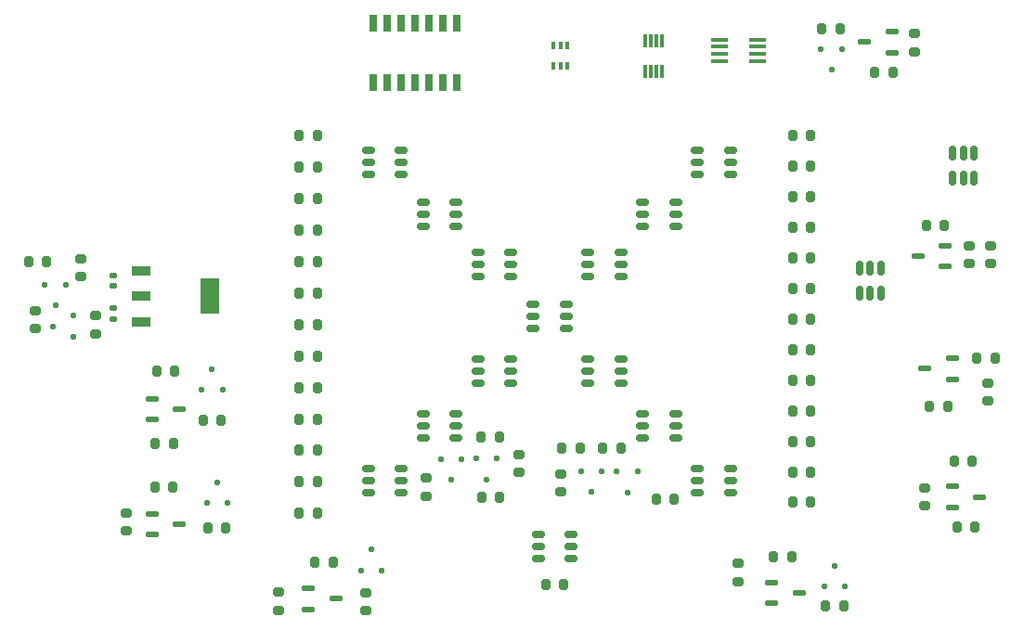
<source format=gbr>
%TF.GenerationSoftware,KiCad,Pcbnew,8.0.5*%
%TF.CreationDate,2025-03-15T22:57:07+02:00*%
%TF.ProjectId,MOSFET Controller,4d4f5346-4554-4204-936f-6e74726f6c6c,rev?*%
%TF.SameCoordinates,Original*%
%TF.FileFunction,Paste,Top*%
%TF.FilePolarity,Positive*%
%FSLAX46Y46*%
G04 Gerber Fmt 4.6, Leading zero omitted, Abs format (unit mm)*
G04 Created by KiCad (PCBNEW 8.0.5) date 2025-03-15 22:57:07*
%MOMM*%
%LPD*%
G01*
G04 APERTURE LIST*
G04 Aperture macros list*
%AMRoundRect*
0 Rectangle with rounded corners*
0 $1 Rounding radius*
0 $2 $3 $4 $5 $6 $7 $8 $9 X,Y pos of 4 corners*
0 Add a 4 corners polygon primitive as box body*
4,1,4,$2,$3,$4,$5,$6,$7,$8,$9,$2,$3,0*
0 Add four circle primitives for the rounded corners*
1,1,$1+$1,$2,$3*
1,1,$1+$1,$4,$5*
1,1,$1+$1,$6,$7*
1,1,$1+$1,$8,$9*
0 Add four rect primitives between the rounded corners*
20,1,$1+$1,$2,$3,$4,$5,0*
20,1,$1+$1,$4,$5,$6,$7,0*
20,1,$1+$1,$6,$7,$8,$9,0*
20,1,$1+$1,$8,$9,$2,$3,0*%
G04 Aperture macros list end*
%ADD10RoundRect,0.200000X-0.200000X-0.275000X0.200000X-0.275000X0.200000X0.275000X-0.200000X0.275000X0*%
%ADD11RoundRect,0.125000X0.125000X-0.125000X0.125000X0.125000X-0.125000X0.125000X-0.125000X-0.125000X0*%
%ADD12RoundRect,0.200000X0.275000X-0.200000X0.275000X0.200000X-0.275000X0.200000X-0.275000X-0.200000X0*%
%ADD13RoundRect,0.200000X-0.275000X0.200000X-0.275000X-0.200000X0.275000X-0.200000X0.275000X0.200000X0*%
%ADD14RoundRect,0.125000X-0.125000X0.125000X-0.125000X-0.125000X0.125000X-0.125000X0.125000X0.125000X0*%
%ADD15RoundRect,0.200000X0.200000X0.275000X-0.200000X0.275000X-0.200000X-0.275000X0.200000X-0.275000X0*%
%ADD16RoundRect,0.147500X-0.457500X-0.147500X0.457500X-0.147500X0.457500X0.147500X-0.457500X0.147500X0*%
%ADD17RoundRect,0.150000X0.450000X0.150000X-0.450000X0.150000X-0.450000X-0.150000X0.450000X-0.150000X0*%
%ADD18RoundRect,0.100000X0.100000X-0.225000X0.100000X0.225000X-0.100000X0.225000X-0.100000X-0.225000X0*%
%ADD19RoundRect,0.147500X0.457500X0.147500X-0.457500X0.147500X-0.457500X-0.147500X0.457500X-0.147500X0*%
%ADD20RoundRect,0.150000X-0.450000X-0.150000X0.450000X-0.150000X0.450000X0.150000X-0.450000X0.150000X0*%
%ADD21RoundRect,0.140000X0.170000X-0.140000X0.170000X0.140000X-0.170000X0.140000X-0.170000X-0.140000X0*%
%ADD22RoundRect,0.140000X-0.170000X0.140000X-0.170000X-0.140000X0.170000X-0.140000X0.170000X0.140000X0*%
%ADD23R,1.600000X0.300000*%
%ADD24R,1.750000X0.950000*%
%ADD25R,1.750000X3.200000*%
%ADD26RoundRect,0.150000X-0.150000X0.512500X-0.150000X-0.512500X0.150000X-0.512500X0.150000X0.512500X0*%
%ADD27RoundRect,0.125000X0.125000X0.125000X-0.125000X0.125000X-0.125000X-0.125000X0.125000X-0.125000X0*%
%ADD28RoundRect,0.087500X0.087500X-0.537500X0.087500X0.537500X-0.087500X0.537500X-0.087500X-0.537500X0*%
%ADD29R,0.650000X1.525000*%
G04 APERTURE END LIST*
D10*
%TO.C,R23*%
X124175000Y-86410264D03*
X125825000Y-86410264D03*
%TD*%
D11*
%TO.C,AO3403A5*%
X172070000Y-124665000D03*
X173970000Y-124665000D03*
X172992500Y-122775000D03*
%TD*%
D12*
%TO.C,R29*%
X181250000Y-117325000D03*
X181250000Y-115675000D03*
%TD*%
D13*
%TO.C,R34*%
X187230000Y-93585000D03*
X187230000Y-95235000D03*
%TD*%
D14*
%TO.C,AO3403A7*%
X142200000Y-113005000D03*
X140300000Y-113005000D03*
X141277500Y-114895000D03*
%TD*%
D15*
%TO.C,R27*%
X148325000Y-124500000D03*
X146675000Y-124500000D03*
%TD*%
%TO.C,R43*%
X112825000Y-105000000D03*
X111175000Y-105000000D03*
%TD*%
D16*
%TO.C,Q8*%
X167245000Y-124300000D03*
X167245000Y-126200000D03*
X169755000Y-125250000D03*
%TD*%
D10*
%TO.C,R36*%
X181350000Y-91750000D03*
X183000000Y-91750000D03*
%TD*%
D15*
%TO.C,R48*%
X173505000Y-73800000D03*
X171855000Y-73800000D03*
%TD*%
%TO.C,R14*%
X170825000Y-117000000D03*
X169175000Y-117000000D03*
%TD*%
%TO.C,R28*%
X185575000Y-113250000D03*
X183925000Y-113250000D03*
%TD*%
D11*
%TO.C,AO3403A1*%
X129800000Y-123185000D03*
X131700000Y-123185000D03*
X130722500Y-121295000D03*
%TD*%
D10*
%TO.C,R12*%
X124175000Y-106512822D03*
X125825000Y-106512822D03*
%TD*%
D13*
%TO.C,R63*%
X100120000Y-99495000D03*
X100120000Y-101145000D03*
%TD*%
D17*
%TO.C,RS-3535MWAR6*%
X150500000Y-94150000D03*
X150500000Y-95250000D03*
X150500000Y-96350000D03*
X153500000Y-96350000D03*
X153500000Y-95250000D03*
X153500000Y-94150000D03*
%TD*%
D15*
%TO.C,R52*%
X149775000Y-112090000D03*
X148125000Y-112090000D03*
%TD*%
D12*
%TO.C,R58*%
X144250000Y-114285000D03*
X144250000Y-112635000D03*
%TD*%
D13*
%TO.C,R35*%
X185250000Y-93585000D03*
X185250000Y-95235000D03*
%TD*%
D17*
%TO.C,RS-3535MWAR4*%
X160500000Y-84900000D03*
X160500000Y-86000000D03*
X160500000Y-87100000D03*
X163500000Y-87100000D03*
X163500000Y-86000000D03*
X163500000Y-84900000D03*
%TD*%
%TO.C,RS-3535MWAR3*%
X150500000Y-103900000D03*
X150500000Y-105000000D03*
X150500000Y-106100000D03*
X153500000Y-106100000D03*
X153500000Y-105000000D03*
X153500000Y-103900000D03*
%TD*%
D18*
%TO.C,IC5*%
X147350000Y-77200000D03*
X148000000Y-77200000D03*
X148650000Y-77200000D03*
X148650000Y-75300000D03*
X148000000Y-75300000D03*
X147350000Y-75300000D03*
%TD*%
D17*
%TO.C,RS-3535MWAR5*%
X155500000Y-89600000D03*
X155500000Y-90700000D03*
X155500000Y-91800000D03*
X158500000Y-91800000D03*
X158500000Y-90700000D03*
X158500000Y-89600000D03*
%TD*%
D13*
%TO.C,R39*%
X130255000Y-125225000D03*
X130255000Y-126875000D03*
%TD*%
D10*
%TO.C,R42*%
X115835000Y-119360000D03*
X117485000Y-119360000D03*
%TD*%
%TO.C,R33*%
X181675000Y-108250000D03*
X183325000Y-108250000D03*
%TD*%
%TO.C,R51*%
X172170000Y-126450000D03*
X173820000Y-126450000D03*
%TD*%
D15*
%TO.C,R16*%
X170825000Y-105846150D03*
X169175000Y-105846150D03*
%TD*%
D17*
%TO.C,RS-3535MWAR2*%
X155500000Y-108900000D03*
X155500000Y-110000000D03*
X155500000Y-111100000D03*
X158500000Y-111100000D03*
X158500000Y-110000000D03*
X158500000Y-108900000D03*
%TD*%
D15*
%TO.C,R18*%
X170825000Y-89115390D03*
X169175000Y-89115390D03*
%TD*%
D10*
%TO.C,R22*%
X124175000Y-92153852D03*
X125825000Y-92153852D03*
%TD*%
D12*
%TO.C,R53*%
X148030000Y-116035000D03*
X148030000Y-114385000D03*
%TD*%
D14*
%TO.C,AO3403A6*%
X155030000Y-114195000D03*
X153130000Y-114195000D03*
X154107500Y-116085000D03*
%TD*%
D12*
%TO.C,R31*%
X187000000Y-107750000D03*
X187000000Y-106100000D03*
%TD*%
D15*
%TO.C,R2*%
X170825000Y-114211530D03*
X169175000Y-114211530D03*
%TD*%
D10*
%TO.C,R11*%
X124175000Y-100769234D03*
X125825000Y-100769234D03*
%TD*%
D19*
%TO.C,Q7*%
X178255000Y-75950000D03*
X178255000Y-74050000D03*
X175745000Y-75000000D03*
%TD*%
D10*
%TO.C,R46*%
X176680000Y-77800000D03*
X178330000Y-77800000D03*
%TD*%
D15*
%TO.C,R17*%
X170825000Y-83538470D03*
X169175000Y-83538470D03*
%TD*%
D10*
%TO.C,R25*%
X124175000Y-109384616D03*
X125825000Y-109384616D03*
%TD*%
D20*
%TO.C,RS-3535MWAR11*%
X138500000Y-111100000D03*
X138500000Y-110000000D03*
X138500000Y-108900000D03*
X135500000Y-108900000D03*
X135500000Y-110000000D03*
X135500000Y-111100000D03*
%TD*%
D15*
%TO.C,R37*%
X127255000Y-122500000D03*
X125605000Y-122500000D03*
%TD*%
D16*
%TO.C,Q1*%
X183745000Y-115550000D03*
X183745000Y-117450000D03*
X186255000Y-116500000D03*
%TD*%
D15*
%TO.C,R19*%
X170825000Y-94692310D03*
X169175000Y-94692310D03*
%TD*%
D21*
%TO.C,C2*%
X107250000Y-100250000D03*
X107250000Y-99290000D03*
%TD*%
D15*
%TO.C,R49*%
X169070000Y-121950000D03*
X167420000Y-121950000D03*
%TD*%
%TO.C,R54*%
X153525000Y-112040000D03*
X151875000Y-112040000D03*
%TD*%
D10*
%TO.C,R10*%
X124175000Y-83538470D03*
X125825000Y-83538470D03*
%TD*%
D22*
%TO.C,C1*%
X107250000Y-96270000D03*
X107250000Y-97230000D03*
%TD*%
D23*
%TO.C,IC6*%
X162550000Y-74775000D03*
X162550000Y-75425000D03*
X162550000Y-76075000D03*
X162550000Y-76725000D03*
X165950000Y-76725000D03*
X165950000Y-76075000D03*
X165950000Y-75425000D03*
X165950000Y-74775000D03*
%TD*%
D11*
%TO.C,AO3403A3*%
X115290000Y-106755000D03*
X117190000Y-106755000D03*
X116212500Y-104865000D03*
%TD*%
D24*
%TO.C,IC7*%
X109750000Y-95900000D03*
X109750000Y-98200000D03*
X109750000Y-100500000D03*
D25*
X116050000Y-98200000D03*
%TD*%
D17*
%TO.C,RS-3535MWAR13*%
X145500000Y-98900000D03*
X145500000Y-100000000D03*
X145500000Y-101100000D03*
X148500000Y-101100000D03*
X148500000Y-100000000D03*
X148500000Y-98900000D03*
%TD*%
D10*
%TO.C,R26*%
X124175000Y-115128204D03*
X125825000Y-115128204D03*
%TD*%
D12*
%TO.C,R50*%
X164210000Y-124235000D03*
X164210000Y-122585000D03*
%TD*%
D15*
%TO.C,R3*%
X170825000Y-108634610D03*
X169175000Y-108634610D03*
%TD*%
D26*
%TO.C,IC1*%
X177200000Y-95612500D03*
X176250000Y-95612500D03*
X175300000Y-95612500D03*
X175300000Y-97887500D03*
X176250000Y-97887500D03*
X177200000Y-97887500D03*
%TD*%
D10*
%TO.C,R55*%
X156735000Y-116730000D03*
X158385000Y-116730000D03*
%TD*%
D16*
%TO.C,Q5*%
X110745000Y-118050000D03*
X110745000Y-119950000D03*
X113255000Y-119000000D03*
%TD*%
D15*
%TO.C,R20*%
X170825000Y-100269230D03*
X169175000Y-100269230D03*
%TD*%
%TO.C,R44*%
X112685000Y-111630000D03*
X111035000Y-111630000D03*
%TD*%
D16*
%TO.C,Q4*%
X125000000Y-124850000D03*
X125000000Y-126750000D03*
X127510000Y-125800000D03*
%TD*%
D10*
%TO.C,R9*%
X124175000Y-89282058D03*
X125825000Y-89282058D03*
%TD*%
%TO.C,R32*%
X185995000Y-103800000D03*
X187645000Y-103800000D03*
%TD*%
%TO.C,R61*%
X99515000Y-95050000D03*
X101165000Y-95050000D03*
%TD*%
D17*
%TO.C,RS-3535MWAR1*%
X160500000Y-113900000D03*
X160500000Y-115000000D03*
X160500000Y-116100000D03*
X163500000Y-116100000D03*
X163500000Y-115000000D03*
X163500000Y-113900000D03*
%TD*%
D14*
%TO.C,AO3403A4*%
X173660000Y-75625000D03*
X171760000Y-75625000D03*
X172737500Y-77515000D03*
%TD*%
D20*
%TO.C,RS-3535MWAR8*%
X138500000Y-91800000D03*
X138500000Y-90700000D03*
X138500000Y-89600000D03*
X135500000Y-89600000D03*
X135500000Y-90700000D03*
X135500000Y-91800000D03*
%TD*%
D14*
%TO.C,Q10*%
X139000000Y-113035000D03*
X137100000Y-113035000D03*
X138077500Y-114925000D03*
%TD*%
D12*
%TO.C,R38*%
X122250000Y-126825000D03*
X122250000Y-125175000D03*
%TD*%
D19*
%TO.C,Q3*%
X183115000Y-95480000D03*
X183115000Y-93580000D03*
X180605000Y-94530000D03*
%TD*%
D10*
%TO.C,R13*%
X124175000Y-112256410D03*
X125825000Y-112256410D03*
%TD*%
D20*
%TO.C,RS-3535MWAR7*%
X143500000Y-96350000D03*
X143500000Y-95250000D03*
X143500000Y-94150000D03*
X140500000Y-94150000D03*
X140500000Y-95250000D03*
X140500000Y-96350000D03*
%TD*%
D27*
%TO.C,AO3403A8*%
X103575000Y-101850000D03*
X103575000Y-99950000D03*
X101685000Y-100927500D03*
%TD*%
D13*
%TO.C,R47*%
X180255000Y-74225000D03*
X180255000Y-75875000D03*
%TD*%
D28*
%TO.C,IC3*%
X155750000Y-77650000D03*
X156250000Y-77650000D03*
X156750000Y-77650000D03*
X157250000Y-77650000D03*
X157250000Y-74850000D03*
X156750000Y-74850000D03*
X156250000Y-74850000D03*
X155750000Y-74850000D03*
%TD*%
D29*
%TO.C,IC4*%
X138560000Y-73288000D03*
X137290000Y-73288000D03*
X136020000Y-73288000D03*
X134750000Y-73288000D03*
X133480000Y-73288000D03*
X132210000Y-73288000D03*
X130940000Y-73288000D03*
X130940000Y-78712000D03*
X132210000Y-78712000D03*
X133480000Y-78712000D03*
X134750000Y-78712000D03*
X136020000Y-78712000D03*
X137290000Y-78712000D03*
X138560000Y-78712000D03*
%TD*%
D19*
%TO.C,Q2*%
X183750000Y-105750000D03*
X183750000Y-103850000D03*
X181240000Y-104800000D03*
%TD*%
D20*
%TO.C,RS-3535MWAR14*%
X149000000Y-122100000D03*
X149000000Y-121000000D03*
X149000000Y-119900000D03*
X146000000Y-119900000D03*
X146000000Y-121000000D03*
X146000000Y-122100000D03*
%TD*%
D14*
%TO.C,Q9*%
X151760000Y-114175000D03*
X149860000Y-114175000D03*
X150837500Y-116065000D03*
%TD*%
D12*
%TO.C,R41*%
X108410000Y-119610000D03*
X108410000Y-117960000D03*
%TD*%
D10*
%TO.C,R45*%
X115425000Y-109500000D03*
X117075000Y-109500000D03*
%TD*%
D12*
%TO.C,R57*%
X135790000Y-116440000D03*
X135790000Y-114790000D03*
%TD*%
D10*
%TO.C,R21*%
X124175000Y-97897440D03*
X125825000Y-97897440D03*
%TD*%
D20*
%TO.C,RS-3535MWAR12*%
X133500000Y-116100000D03*
X133500000Y-115000000D03*
X133500000Y-113900000D03*
X130500000Y-113900000D03*
X130500000Y-115000000D03*
X130500000Y-116100000D03*
%TD*%
D15*
%TO.C,R5*%
X170825000Y-91903850D03*
X169175000Y-91903850D03*
%TD*%
D10*
%TO.C,R1*%
X124175000Y-118000000D03*
X125825000Y-118000000D03*
%TD*%
D15*
%TO.C,R15*%
X170825000Y-111423070D03*
X169175000Y-111423070D03*
%TD*%
%TO.C,R4*%
X170825000Y-86326930D03*
X169175000Y-86326930D03*
%TD*%
D14*
%TO.C,Q11*%
X102870000Y-97155000D03*
X100970000Y-97155000D03*
X101947500Y-99045000D03*
%TD*%
D15*
%TO.C,R56*%
X142415000Y-111060000D03*
X140765000Y-111060000D03*
%TD*%
D12*
%TO.C,R60*%
X104250000Y-96415000D03*
X104250000Y-94765000D03*
%TD*%
D16*
%TO.C,Q6*%
X110745000Y-107550000D03*
X110745000Y-109450000D03*
X113255000Y-108500000D03*
%TD*%
D15*
%TO.C,R30*%
X185825000Y-119250000D03*
X184175000Y-119250000D03*
%TD*%
%TO.C,R40*%
X112660000Y-115610000D03*
X111010000Y-115610000D03*
%TD*%
D10*
%TO.C,R24*%
X124175000Y-103641028D03*
X125825000Y-103641028D03*
%TD*%
D11*
%TO.C,AO3403A2*%
X115760000Y-117035000D03*
X117660000Y-117035000D03*
X116682500Y-115145000D03*
%TD*%
D26*
%TO.C,IC2*%
X185700000Y-85112500D03*
X184750000Y-85112500D03*
X183800000Y-85112500D03*
X183800000Y-87387500D03*
X184750000Y-87387500D03*
X185700000Y-87387500D03*
%TD*%
D10*
%TO.C,R59*%
X140825000Y-116510000D03*
X142475000Y-116510000D03*
%TD*%
D15*
%TO.C,R7*%
X170825000Y-103057690D03*
X169175000Y-103057690D03*
%TD*%
D20*
%TO.C,RS-3535MWAR9*%
X133500000Y-87100000D03*
X133500000Y-86000000D03*
X133500000Y-84900000D03*
X130500000Y-84900000D03*
X130500000Y-86000000D03*
X130500000Y-87100000D03*
%TD*%
D15*
%TO.C,R6*%
X170825000Y-97480770D03*
X169175000Y-97480770D03*
%TD*%
D20*
%TO.C,RS-3535MWAR10*%
X143500000Y-106100000D03*
X143500000Y-105000000D03*
X143500000Y-103900000D03*
X140500000Y-103900000D03*
X140500000Y-105000000D03*
X140500000Y-106100000D03*
%TD*%
D10*
%TO.C,R8*%
X124175000Y-95025646D03*
X125825000Y-95025646D03*
%TD*%
D12*
%TO.C,R62*%
X105610000Y-101595000D03*
X105610000Y-99945000D03*
%TD*%
M02*

</source>
